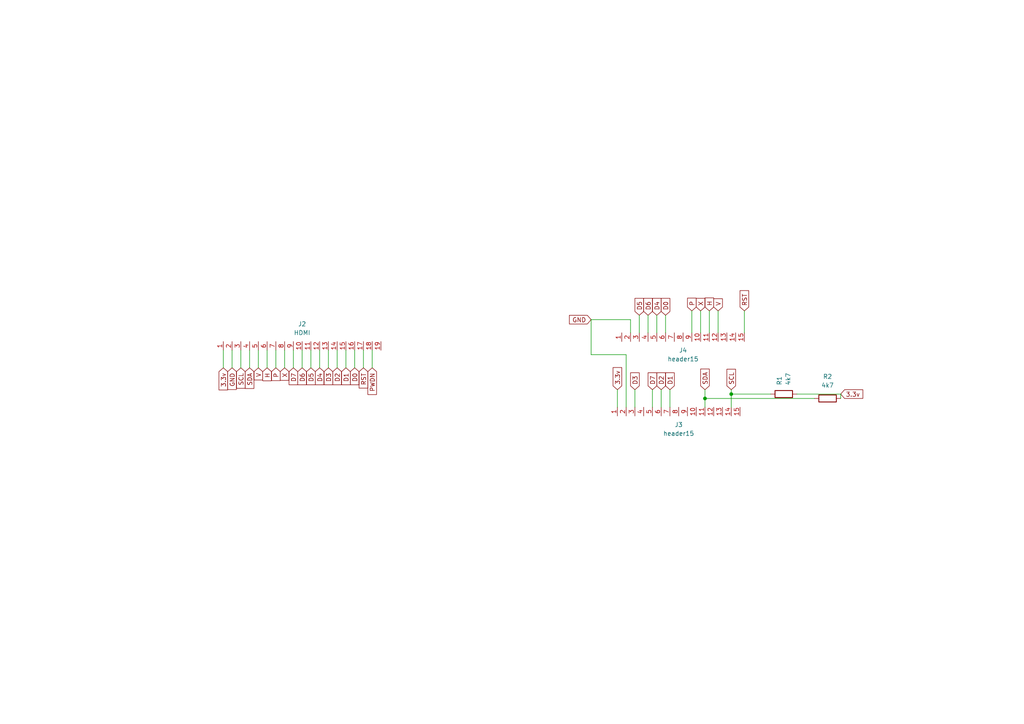
<source format=kicad_sch>
(kicad_sch (version 20211123) (generator eeschema)
  (paper "A4")
  (lib_symbols
    (symbol "Device:R" (pin_numbers hide) (pin_names (offset 0))
      (property "Reference" "R" (at 2.032 0 90))
      (property "Value" "R" (at 0 0 90))
      (symbol "R_0_1"
        (rectangle (start -1.016 -2.54) (end 1.016 2.54) (stroke (width 0.254)))
      )
      (symbol "R_1_1"
        (pin passive line (at 0 3.81 270) (length 1.27) (name "~") (number "1"))
        (pin passive line (at 0 -3.81 90) (length 1.27) (name "~") (number "2"))
      )
    )
    (symbol "Header:HDMI" (pin_names (offset 1.016))
      (property "Reference" "J" (at 0 -7.62 0))
      (property "Value" "HDMI" (at 0 3.81 0))
      (symbol "HDMI_1_1"
        (pin input line (at -22.86 -1.27 90) (length 2.54) (name "~") (number "1"))
        (pin input line (at 0 -1.27 90) (length 2.54) (name "~") (number "10"))
        (pin input line (at 2.54 -1.27 90) (length 2.54) (name "~") (number "11"))
        (pin input line (at 5.08 -1.27 90) (length 2.54) (name "~") (number "12"))
        (pin input line (at 7.62 -1.27 90) (length 2.54) (name "~") (number "13"))
        (pin input line (at 10.16 -1.27 90) (length 2.54) (name "~") (number "14"))
        (pin input line (at 12.7 -1.27 90) (length 2.54) (name "~") (number "15"))
        (pin input line (at 15.24 -1.27 90) (length 2.54) (name "~") (number "16"))
        (pin input line (at 17.78 -1.27 90) (length 2.54) (name "~") (number "17"))
        (pin input line (at 20.32 -1.27 90) (length 2.54) (name "~") (number "18"))
        (pin input line (at 22.86 -1.27 90) (length 2.54) (name "~") (number "19"))
        (pin input line (at -20.32 -1.27 90) (length 2.54) (name "~") (number "2"))
        (pin input line (at -17.78 -1.27 90) (length 2.54) (name "~") (number "3"))
        (pin input line (at -15.24 -1.27 90) (length 2.54) (name "~") (number "4"))
        (pin input line (at -12.7 -1.27 90) (length 2.54) (name "~") (number "5"))
        (pin input line (at -10.16 -1.27 90) (length 2.54) (name "~") (number "6"))
        (pin input line (at -7.62 -1.27 90) (length 2.54) (name "~") (number "7"))
        (pin input line (at -5.08 -1.27 90) (length 2.54) (name "~") (number "8"))
        (pin input line (at -2.54 -1.27 90) (length 2.54) (name "~") (number "9"))
      )
    )
    (symbol "Header:header15" (pin_names (offset 1.016))
      (property "Reference" "J" (at 0 8.89 0))
      (property "Value" "header15" (at -1.27 -2.54 0))
      (symbol "header15_1_1"
        (pin input line (at -17.78 3.81 270) (length 2.54) (name "~") (number "1"))
        (pin input line (at 5.08 3.81 270) (length 2.54) (name "~") (number "10"))
        (pin input line (at 7.62 3.81 270) (length 2.54) (name "~") (number "11"))
        (pin input line (at 10.16 3.81 270) (length 2.54) (name "~") (number "12"))
        (pin input line (at 12.7 3.81 270) (length 2.54) (name "~") (number "13"))
        (pin input line (at 15.24 3.81 270) (length 2.54) (name "~") (number "14"))
        (pin input line (at 17.78 3.81 270) (length 2.54) (name "~") (number "15"))
        (pin input line (at -15.24 3.81 270) (length 2.54) (name "~") (number "2"))
        (pin input line (at -12.7 3.81 270) (length 2.54) (name "~") (number "3"))
        (pin input line (at -10.16 3.81 270) (length 2.54) (name "~") (number "4"))
        (pin input line (at -7.62 3.81 270) (length 2.54) (name "~") (number "5"))
        (pin input line (at -5.08 3.81 270) (length 2.54) (name "~") (number "6"))
        (pin input line (at -2.54 3.81 270) (length 2.54) (name "~") (number "7"))
        (pin input line (at 0 3.81 270) (length 2.54) (name "~") (number "8"))
        (pin input line (at 2.54 3.81 270) (length 2.54) (name "~") (number "9"))
      )
    )
  )
  (junction (at 204.47 115.57))
  (junction (at 212.09 114.3))
  (wire (pts (xy 64.77 101.6) (xy 64.77 106.68)))
  (wire (pts (xy 190.5 91.44) (xy 190.5 96.52)))
  (wire (pts (xy 182.88 92.71) (xy 171.45 92.71)))
  (wire (pts (xy 69.85 101.6) (xy 69.85 106.68)))
  (wire (pts (xy 82.55 101.6) (xy 82.55 106.68)))
  (wire (pts (xy 212.09 114.3) (xy 223.52 114.3)))
  (wire (pts (xy 181.61 102.87) (xy 171.45 102.87)))
  (wire (pts (xy 185.42 91.44) (xy 185.42 96.52)))
  (wire (pts (xy 85.09 101.6) (xy 85.09 106.68)))
  (wire (pts (xy 203.2 90.17) (xy 203.2 96.52)))
  (wire (pts (xy 205.74 90.17) (xy 205.74 96.52)))
  (wire (pts (xy 92.71 101.6) (xy 92.71 106.68)))
  (wire (pts (xy 215.9 90.17) (xy 215.9 96.52)))
  (wire (pts (xy 204.47 113.03) (xy 204.47 115.57)))
  (wire (pts (xy 208.28 90.17) (xy 208.28 96.52)))
  (wire (pts (xy 181.61 118.11) (xy 181.61 102.87)))
  (wire (pts (xy 80.01 101.6) (xy 80.01 106.68)))
  (wire (pts (xy 200.66 90.17) (xy 200.66 96.52)))
  (wire (pts (xy 187.96 91.44) (xy 187.96 96.52)))
  (wire (pts (xy 179.07 113.03) (xy 179.07 118.11)))
  (wire (pts (xy 193.04 91.44) (xy 193.04 96.52)))
  (wire (pts (xy 102.87 101.6) (xy 102.87 106.68)))
  (wire (pts (xy 74.93 101.6) (xy 74.93 106.68)))
  (wire (pts (xy 191.77 113.03) (xy 191.77 118.11)))
  (wire (pts (xy 77.47 101.6) (xy 77.47 106.68)))
  (wire (pts (xy 231.14 114.3) (xy 243.84 114.3)))
  (wire (pts (xy 105.41 101.6) (xy 105.41 106.68)))
  (wire (pts (xy 87.63 101.6) (xy 87.63 106.68)))
  (wire (pts (xy 171.45 102.87) (xy 171.45 92.71)))
  (wire (pts (xy 100.33 101.6) (xy 100.33 106.68)))
  (wire (pts (xy 72.39 101.6) (xy 72.39 106.68)))
  (wire (pts (xy 204.47 115.57) (xy 236.22 115.57)))
  (wire (pts (xy 189.23 113.03) (xy 189.23 118.11)))
  (wire (pts (xy 182.88 96.52) (xy 182.88 92.71)))
  (wire (pts (xy 212.09 114.3) (xy 212.09 118.11)))
  (wire (pts (xy 90.17 101.6) (xy 90.17 106.68)))
  (wire (pts (xy 243.84 114.3) (xy 243.84 115.57)))
  (wire (pts (xy 194.31 113.03) (xy 194.31 118.11)))
  (wire (pts (xy 67.31 101.6) (xy 67.31 106.68)))
  (wire (pts (xy 97.79 101.6) (xy 97.79 106.68)))
  (wire (pts (xy 107.95 101.6) (xy 107.95 106.68)))
  (wire (pts (xy 212.09 113.03) (xy 212.09 114.3)))
  (wire (pts (xy 95.25 101.6) (xy 95.25 106.68)))
  (wire (pts (xy 204.47 115.57) (xy 204.47 118.11)))
  (wire (pts (xy 184.15 113.03) (xy 184.15 118.11)))
  (global_label "D1" (shape input) (at 100.33 106.68 270) (property "插入图纸页参考" "${INTERSHEET_REFS}" (effects hide)))
  (global_label "SDA" (shape input) (at 204.47 113.03 90) (property "插入图纸页参考" "${INTERSHEET_REFS}" (effects hide)))
  (global_label "V" (shape input) (at 208.28 90.17 90) (property "插入图纸页参考" "${INTERSHEET_REFS}" (effects hide)))
  (global_label "D2" (shape input) (at 191.77 113.03 90) (property "插入图纸页参考" "${INTERSHEET_REFS}" (effects hide)))
  (global_label "D3" (shape input) (at 95.25 106.68 270) (property "插入图纸页参考" "${INTERSHEET_REFS}" (effects hide)))
  (global_label "D6" (shape input) (at 187.96 91.44 90) (property "插入图纸页参考" "${INTERSHEET_REFS}" (effects hide)))
  (global_label "H" (shape input) (at 77.47 106.68 270) (property "插入图纸页参考" "${INTERSHEET_REFS}" (effects hide)))
  (global_label "SDA" (shape input) (at 72.39 106.68 270) (property "插入图纸页参考" "${INTERSHEET_REFS}" (effects hide)))
  (global_label "RST" (shape input) (at 215.9 90.17 90) (property "插入图纸页参考" "${INTERSHEET_REFS}" (effects hide)))
  (global_label "D0" (shape input) (at 193.04 91.44 90) (property "插入图纸页参考" "${INTERSHEET_REFS}" (effects hide)))
  (global_label "D4" (shape input) (at 190.5 91.44 90) (property "插入图纸页参考" "${INTERSHEET_REFS}" (effects hide)))
  (global_label "D3" (shape input) (at 184.15 113.03 90) (property "插入图纸页参考" "${INTERSHEET_REFS}" (effects hide)))
  (global_label "SCL" (shape input) (at 69.85 106.68 270) (property "插入图纸页参考" "${INTERSHEET_REFS}" (effects hide)))
  (global_label "D5" (shape input) (at 185.42 91.44 90) (property "插入图纸页参考" "${INTERSHEET_REFS}" (effects hide)))
  (global_label "H" (shape input) (at 205.74 90.17 90) (property "插入图纸页参考" "${INTERSHEET_REFS}" (effects hide)))
  (global_label "3.3v" (shape input) (at 64.77 106.68 270) (property "插入图纸页参考" "${INTERSHEET_REFS}" (effects hide)))
  (global_label "X" (shape input) (at 203.2 90.17 90) (property "插入图纸页参考" "${INTERSHEET_REFS}" (effects hide)))
  (global_label "D7" (shape input) (at 189.23 113.03 90) (property "插入图纸页参考" "${INTERSHEET_REFS}" (effects hide)))
  (global_label "D6" (shape input) (at 87.63 106.68 270) (property "插入图纸页参考" "${INTERSHEET_REFS}" (effects hide)))
  (global_label "X" (shape input) (at 82.55 106.68 270) (property "插入图纸页参考" "${INTERSHEET_REFS}" (effects hide)))
  (global_label "RST" (shape input) (at 105.41 106.68 270) (property "插入图纸页参考" "${INTERSHEET_REFS}" (effects hide)))
  (global_label "D1" (shape input) (at 194.31 113.03 90) (property "插入图纸页参考" "${INTERSHEET_REFS}" (effects hide)))
  (global_label "GND" (shape input) (at 67.31 106.68 270) (property "插入图纸页参考" "${INTERSHEET_REFS}" (effects hide)))
  (global_label "V" (shape input) (at 74.93 106.68 270) (property "插入图纸页参考" "${INTERSHEET_REFS}" (effects hide)))
  (global_label "P" (shape input) (at 200.66 90.17 90) (property "插入图纸页参考" "${INTERSHEET_REFS}" (effects hide)))
  (global_label "D2" (shape input) (at 97.79 106.68 270) (property "插入图纸页参考" "${INTERSHEET_REFS}" (effects hide)))
  (global_label "SCL" (shape input) (at 212.09 113.03 90) (property "插入图纸页参考" "${INTERSHEET_REFS}" (effects hide)))
  (global_label "D7" (shape input) (at 85.09 106.68 270) (property "插入图纸页参考" "${INTERSHEET_REFS}" (effects hide)))
  (global_label "P" (shape input) (at 80.01 106.68 270) (property "插入图纸页参考" "${INTERSHEET_REFS}" (effects hide)))
  (global_label "D4" (shape input) (at 92.71 106.68 270) (property "插入图纸页参考" "${INTERSHEET_REFS}" (effects hide)))
  (global_label "GND" (shape input) (at 171.45 92.71 180) (property "插入图纸页参考" "${INTERSHEET_REFS}" (effects hide)))
  (global_label "PWDN" (shape input) (at 107.95 106.68 270) (property "插入图纸页参考" "${INTERSHEET_REFS}" (effects hide)))
  (global_label "3.3v" (shape input) (at 179.07 113.03 90) (property "插入图纸页参考" "${INTERSHEET_REFS}" (effects hide)))
  (global_label "3.3v" (shape input) (at 243.84 114.3 0) (property "插入图纸页参考" "${INTERSHEET_REFS}" (effects hide)))
  (global_label "D0" (shape input) (at 102.87 106.68 270) (property "插入图纸页参考" "${INTERSHEET_REFS}" (effects hide)))
  (global_label "D5" (shape input) (at 90.17 106.68 270) (property "插入图纸页参考" "${INTERSHEET_REFS}" (effects hide)))
  (symbol (lib_id "Device:R") (at 240.03 115.57 90) (unit 1)
    (property "Reference" "R2" (at 240.03 109.22 90))
    (property "Value" "4k7" (at 240.03 111.76 90))
    (property "Footprint" "Resistor_SMD:R_0603_1608Metric" (effects hide))
  )
  (symbol (lib_id "Header:header15") (at 196.85 121.92 0) (unit 1)
    (property "Reference" "J3" (at 196.85 123.19 0))
    (property "Value" "header15" (at 196.85 125.73 0))
    (property "Footprint" "Connector_PinHeader_2.54mm:PinHeader_1x15_P2.54mm_Horizontal" (effects hide))
  )
  (symbol (lib_id "Header:header15") (at 198.12 100.33 0) (unit 1)
    (property "Reference" "J4" (at 198.12 101.6 0))
    (property "Value" "header15" (at 198.12 104.14 0))
    (property "Footprint" "Connector_PinHeader_2.54mm:PinHeader_1x15_P2.54mm_Horizontal" (effects hide))
  )
  (symbol (lib_id "Device:R") (at 227.33 114.3 90) (unit 1)
    (property "Reference" "R1" (at 226.0599 111.76 0) (effects (justify left)))
    (property "Value" "4k7" (at 228.5999 111.76 0) (effects (justify left)))
    (property "Footprint" "Resistor_SMD:R_0603_1608Metric" (effects hide))
  )
  (symbol (lib_id "Header:HDMI") (at 87.63 100.33 0) (unit 1)
    (property "Reference" "J2" (at 87.63 93.98 0))
    (property "Value" "HDMI" (at 87.63 96.52 0))
    (property "Footprint" "Connector_PinSocket_2.54mm:PinSocket_2x09_P2.54mm_Vertical" (effects hide))
  )
)
</source>
